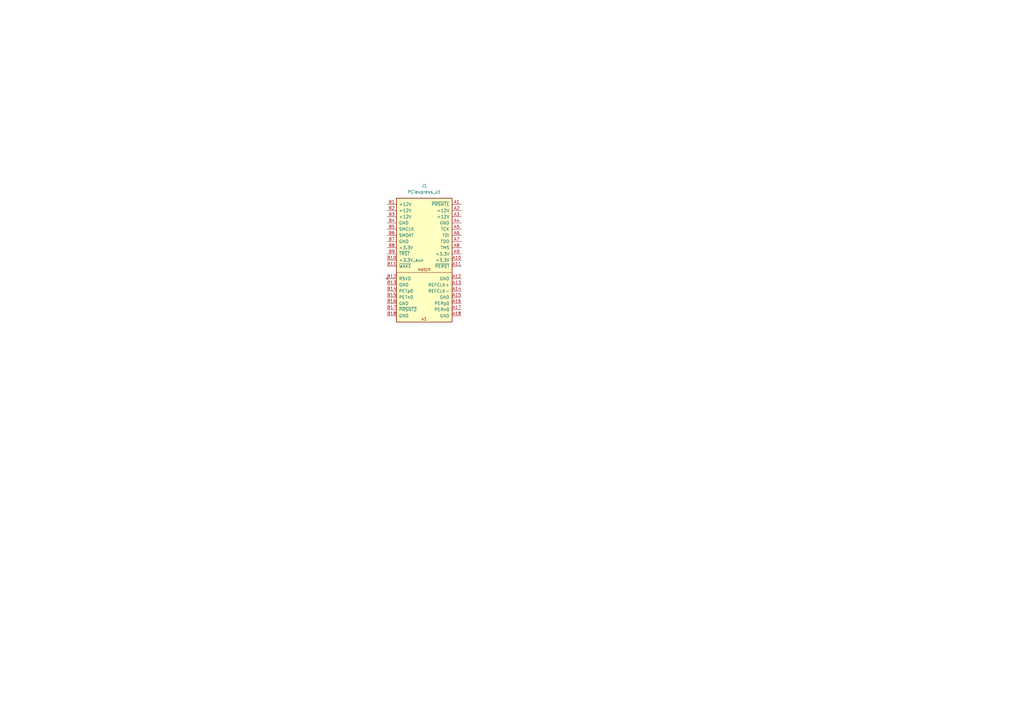
<source format=kicad_sch>
(kicad_sch (version 20250114) (generator "eeschema") (generator_version "9.0")
  (paper "A3")
  (lib_symbols
    (symbol "PCIexpress:PCIexpress_x1" (pin_names (offset 1.016))
      (property "Reference" "J" (at 0 3.81 0))
      (property "Value" "PCIexpress_x1" (at 0 1.27 0))
      (symbol "PCIexpress_x1_0_0"
        (text "notch" (at 0 -29.21 0) (effects (font (size 1.27 1.27))))
        (text "x1" (at 0 -49.53 0) (effects (font (size 1.27 1.27))))
      )
      (symbol "PCIexpress_x1_0_1"
        (polyline (pts (xy 11.43 -30.48) (xy -11.43 -30.48)))
      )
      (symbol "PCIexpress_x1_1_1"
        (rectangle (start 11.43 0) (end -11.43 -50.8) (stroke (width 0.254)) (fill (type background)))
        (pin power_out line (at -15.24 -2.54 0) (length 3.81) (name "+12V") (number "B1"))
        (pin power_out line (at -15.24 -5.08 0) (length 3.81) (name "+12V") (number "B2"))
        (pin power_out line (at -15.24 -7.62 0) (length 3.81) (name "+12V") (number "B3"))
        (pin power_out line (at -15.24 -10.16 0) (length 3.81) (name "GND") (number "B4"))
        (pin open_collector line (at -15.24 -12.7 0) (length 3.81) (name "SMCLK") (number "B5"))
        (pin open_collector line (at -15.24 -15.24 0) (length 3.81) (name "SMDAT") (number "B6"))
        (pin power_out line (at -15.24 -17.78 0) (length 3.81) (name "GND") (number "B7"))
        (pin power_out line (at -15.24 -20.32 0) (length 3.81) (name "+3.3V") (number "B8"))
        (pin output line (at -15.24 -22.86 0) (length 3.81) (name "~{TRST}") (number "B9"))
        (pin power_out line (at -15.24 -25.4 0) (length 3.81) (name "+3.3V_aux") (number "B10"))
        (pin open_collector line (at -15.24 -27.94 0) (length 3.81) (name "~{WAKE}") (number "B11"))
        (pin no_connect line (at -15.24 -33.02 0) (length 3.81) (name "RSVD") (number "B12"))
        (pin power_out line (at -15.24 -35.56 0) (length 3.81) (name "GND") (number "B13"))
        (pin output line (at -15.24 -38.1 0) (length 3.81) (name "PETp0") (number "B14"))
        (pin output line (at -15.24 -40.64 0) (length 3.81) (name "PETn0") (number "B15"))
        (pin power_out line (at -15.24 -43.18 0) (length 3.81) (name "GND") (number "B16"))
        (pin passive line (at -15.24 -45.72 0) (length 3.81) (name "~{PRSNT2}") (number "B17"))
        (pin power_out line (at -15.24 -48.26 0) (length 3.81) (name "GND") (number "B18"))
        (pin passive line (at 15.24 -2.54 180) (length 3.81) (name "~{PRSNT1}") (number "A1"))
        (pin power_out line (at 15.24 -5.08 180) (length 3.81) (name "+12V") (number "A2"))
        (pin power_out line (at 15.24 -7.62 180) (length 3.81) (name "+12V") (number "A3"))
        (pin power_out line (at 15.24 -10.16 180) (length 3.81) (name "GND") (number "A4"))
        (pin output line (at 15.24 -12.7 180) (length 3.81) (name "TCK") (number "A5"))
        (pin output line (at 15.24 -15.24 180) (length 3.81) (name "TDI") (number "A6"))
        (pin input line (at 15.24 -17.78 180) (length 3.81) (name "TDO") (number "A7"))
        (pin output line (at 15.24 -20.32 180) (length 3.81) (name "TMS") (number "A8"))
        (pin power_out line (at 15.24 -22.86 180) (length 3.81) (name "+3.3V") (number "A9"))
        (pin power_out line (at 15.24 -25.4 180) (length 3.81) (name "+3.3V") (number "A10"))
        (pin output line (at 15.24 -27.94 180) (length 3.81) (name "~{PERST}") (number "A11"))
        (pin power_out line (at 15.24 -33.02 180) (length 3.81) (name "GND") (number "A12"))
        (pin output line (at 15.24 -35.56 180) (length 3.81) (name "REFCLK+") (number "A13"))
        (pin output line (at 15.24 -38.1 180) (length 3.81) (name "REFCLK-") (number "A14"))
        (pin power_out line (at 15.24 -40.64 180) (length 3.81) (name "GND") (number "A15"))
        (pin input line (at 15.24 -43.18 180) (length 3.81) (name "PERp0") (number "A16"))
        (pin input line (at 15.24 -45.72 180) (length 3.81) (name "PERn0") (number "A17"))
        (pin power_out line (at 15.24 -48.26 180) (length 3.81) (name "GND") (number "A18"))
      )
    )
  )
  (symbol (lib_id "PCIexpress:PCIexpress_x1") (at 173.99 81.28 0) (unit 1)
    (property "Reference" "J1" (at 173.99 76.2 0))
    (property "Value" "PCIexpress_x1" (at 173.99 78.74 0))
    (property "Footprint" "PCIexpress:PCIexpress_x1" (effects (hide yes)))
  )
  (sheet (at 171.45 327.66) (size 175.26 96.52) (stroke (width 0.1524))
    (property "Sheetname" "PCIe to USB" (at 171.45 326.9484 0) (effects (justify left bottom)))
    (property "Sheetfile" "PCIe to USB.kicad_sch" (at 171.45 424.7646 0) (effects (justify left top)))
  )
  (sheet (at 62.23 434.34) (size 218.44 100.33) (stroke (width 0.1524))
    (property "Sheetname" "USB host to USB hub" (at 62.23 433.6284 0) (effects (justify left bottom)))
    (property "Sheetfile" "USB host to USB hub.kicad_sch" (at 62.23 535.2546 0) (effects (justify left top)))
  )
  (sheet (at 59.69 326.39) (size 81.28 78.74) (stroke (width 0.1524))
    (property "Sheetname" "USB" (at 59.69 325.6784 0) (effects (justify left bottom)))
    (property "Sheetfile" "USB.kicad_sch" (at 59.69 405.7146 0) (effects (justify left top)))
  )
)
</source>
